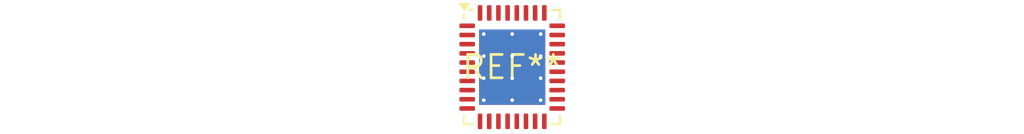
<source format=kicad_pcb>
(kicad_pcb (version 20240108) (generator pcbnew)
  (layers (0 "F.Cu" signal) (31 "B.Cu" signal) (34 "B.Paste" user) (35 "F.Paste" user) (36 "B.SilkS" user "B.Silkscreen") (37 "F.SilkS" user "F.Silkscreen") (38 "B.Mask" user) (39 "F.Mask" user) (44 "Edge.Cuts" user))
  (net 0 "")
  (footprint "QFN-36-1EP_5x6mm_P0.5mm_EP3.6x4.1mm_ThermalVias" (layer "F.Cu") (at 0 0)
    (property "Reference" "REF**")
    (property "Value" "QFN-36-1EP_5x6mm_P0.5mm_EP3.6x4.1mm_ThermalVias")
    (fp_line (start -2.61 -2.635) (end -2.61 -2.87) (layer "F.SilkS") (stroke (width 0.12)))
    (fp_line (start -2.61 3.11) (end -2.61 2.635) (layer "F.SilkS") (stroke (width 0.12)))
    (fp_line (start -2.135 -3.11) (end -2.31 -3.11) (layer "F.SilkS") (stroke (width 0.12)))
    (fp_line (start -2.135 3.11) (end -2.61 3.11) (layer "F.SilkS") (stroke (width 0.12)))
    (fp_line (start 2.135 -3.11) (end 2.61 -3.11) (layer "F.SilkS") (stroke (width 0.12)))
    (fp_line (start 2.135 3.11) (end 2.61 3.11) (layer "F.SilkS") (stroke (width 0.12)))
    (fp_line (start 2.61 -3.11) (end 2.61 -2.635) (layer "F.SilkS") (stroke (width 0.12)))
    (fp_line (start 2.61 3.11) (end 2.61 2.635) (layer "F.SilkS") (stroke (width 0.12)))
    (fp_poly (pts (xy -2.61 -3.11) (xy -2.85 -3.44) (xy -2.37 -3.44) (xy -2.61 -3.11)) (layer "F.SilkS") (stroke (width 0.12)) (fill solid))
    (pad "1" smd roundrect (at -2.45 -2.25) (size 0.85 0.25) (layers "F.Cu" "F.Paste" "F.Mask"))
    (pad "2" smd roundrect (at -2.45 -1.75) (size 0.85 0.25) (layers "F.Cu" "F.Paste" "F.Mask"))
    (pad "3" smd roundrect (at -2.45 -1.25) (size 0.85 0.25) (layers "F.Cu" "F.Paste" "F.Mask"))
    (pad "4" smd roundrect (at -2.45 -0.75) (size 0.85 0.25) (layers "F.Cu" "F.Paste" "F.Mask"))
    (pad "5" smd roundrect (at -2.45 -0.25) (size 0.85 0.25) (layers "F.Cu" "F.Paste" "F.Mask"))
    (pad "6" smd roundrect (at -2.45 0.25) (size 0.85 0.25) (layers "F.Cu" "F.Paste" "F.Mask"))
    (pad "7" smd roundrect (at -2.45 0.75) (size 0.85 0.25) (layers "F.Cu" "F.Paste" "F.Mask"))
    (pad "8" smd roundrect (at -2.45 1.25) (size 0.85 0.25) (layers "F.Cu" "F.Paste" "F.Mask"))
    (pad "9" smd roundrect (at -2.45 1.75) (size 0.85 0.25) (layers "F.Cu" "F.Paste" "F.Mask"))
    (pad "10" smd roundrect (at -2.45 2.25) (size 0.85 0.25) (layers "F.Cu" "F.Paste" "F.Mask"))
    (pad "11" smd roundrect (at -1.75 2.95) (size 0.25 0.85) (layers "F.Cu" "F.Paste" "F.Mask"))
    (pad "12" smd roundrect (at -1.25 2.95) (size 0.25 0.85) (layers "F.Cu" "F.Paste" "F.Mask"))
    (pad "13" smd roundrect (at -0.75 2.95) (size 0.25 0.85) (layers "F.Cu" "F.Paste" "F.Mask"))
    (pad "14" smd roundrect (at -0.25 2.95) (size 0.25 0.85) (layers "F.Cu" "F.Paste" "F.Mask"))
    (pad "15" smd roundrect (at 0.25 2.95) (size 0.25 0.85) (layers "F.Cu" "F.Paste" "F.Mask"))
    (pad "16" smd roundrect (at 0.75 2.95) (size 0.25 0.85) (layers "F.Cu" "F.Paste" "F.Mask"))
    (pad "17" smd roundrect (at 1.25 2.95) (size 0.25 0.85) (layers "F.Cu" "F.Paste" "F.Mask"))
    (pad "18" smd roundrect (at 1.75 2.95) (size 0.25 0.85) (layers "F.Cu" "F.Paste" "F.Mask"))
    (pad "19" smd roundrect (at 2.45 2.25) (size 0.85 0.25) (layers "F.Cu" "F.Paste" "F.Mask"))
    (pad "20" smd roundrect (at 2.45 1.75) (size 0.85 0.25) (layers "F.Cu" "F.Paste" "F.Mask"))
    (pad "21" smd roundrect (at 2.45 1.25) (size 0.85 0.25) (layers "F.Cu" "F.Paste" "F.Mask"))
    (pad "22" smd roundrect (at 2.45 0.75) (size 0.85 0.25) (layers "F.Cu" "F.Paste" "F.Mask"))
    (pad "23" smd roundrect (at 2.45 0.25) (size 0.85 0.25) (layers "F.Cu" "F.Paste" "F.Mask"))
    (pad "24" smd roundrect (at 2.45 -0.25) (size 0.85 0.25) (layers "F.Cu" "F.Paste" "F.Mask"))
    (pad "25" smd roundrect (at 2.45 -0.75) (size 0.85 0.25) (layers "F.Cu" "F.Paste" "F.Mask"))
    (pad "26" smd roundrect (at 2.45 -1.25) (size 0.85 0.25) (layers "F.Cu" "F.Paste" "F.Mask"))
    (pad "27" smd roundrect (at 2.45 -1.75) (size 0.85 0.25) (layers "F.Cu" "F.Paste" "F.Mask"))
    (pad "28" smd roundrect (at 2.45 -2.25) (size 0.85 0.25) (layers "F.Cu" "F.Paste" "F.Mask"))
    (pad "29" smd roundrect (at 1.75 -2.95) (size 0.25 0.85) (layers "F.Cu" "F.Paste" "F.Mask"))
    (pad "30" smd roundrect (at 1.25 -2.95) (size 0.25 0.85) (layers "F.Cu" "F.Paste" "F.Mask"))
    (pad "31" smd roundrect (at 0.75 -2.95) (size 0.25 0.85) (layers "F.Cu" "F.Paste" "F.Mask"))
    (pad "32" smd roundrect (at 0.25 -2.95) (size 0.25 0.85) (layers "F.Cu" "F.Paste" "F.Mask"))
    (pad "33" smd roundrect (at -0.25 -2.95) (size 0.25 0.85) (layers "F.Cu" "F.Paste" "F.Mask"))
    (pad "34" smd roundrect (at -0.75 -2.95) (size 0.25 0.85) (layers "F.Cu" "F.Paste" "F.Mask"))
    (pad "35" smd roundrect (at -1.25 -2.95) (size 0.25 0.85) (layers "F.Cu" "F.Paste" "F.Mask"))
    (pad "36" smd roundrect (at -1.75 -2.95) (size 0.25 0.85) (layers "F.Cu" "F.Paste" "F.Mask"))
    (pad "37" thru_hole circle (at -1.55 -1.8) (size 0.5 0.5) (drill 0.2) (property pad_prop_heatsink) (layers *.Cu) (remove_unused_layers))
    (pad "37" thru_hole circle (at -1.55 -0.6) (size 0.5 0.5) (drill 0.2) (property pad_prop_heatsink) (layers *.Cu) (remove_unused_layers))
    (pad "37" thru_hole circle (at -1.55 0.6) (size 0.5 0.5) (drill 0.2) (property pad_prop_heatsink) (layers *.Cu) (remove_unused_layers))
    (pad "37" thru_hole circle (at -1.55 1.8) (size 0.5 0.5) (drill 0.2) (property pad_prop_heatsink) (layers *.Cu) (remove_unused_layers))
    (pad "37" thru_hole circle (at 0 -1.8) (size 0.5 0.5) (drill 0.2) (property pad_prop_heatsink) (layers *.Cu) (remove_unused_layers))
    (pad "37" thru_hole circle (at 0 -0.6) (size 0.5 0.5) (drill 0.2) (property pad_prop_heatsink) (layers *.Cu) (remove_unused_layers))
    (pad "37" smd rect (at 0 0) (size 3.6 4.1) (property pad_prop_heatsink) (layers "F.Cu" "F.Mask"))
    (pad "37" smd rect (at 0 0) (size 3.6 4.1) (property pad_prop_heatsink) (layers "B.Cu"))
    (pad "37" thru_hole circle (at 0 0.6) (size 0.5 0.5) (drill 0.2) (property pad_prop_heatsink) (layers *.Cu) (remove_unused_layers))
    (pad "37" thru_hole circle (at 0 1.8) (size 0.5 0.5) (drill 0.2) (property pad_prop_heatsink) (layers *.Cu) (remove_unused_layers))
    (pad "37" thru_hole circle (at 1.55 -1.8) (size 0.5 0.5) (drill 0.2) (property pad_prop_heatsink) (layers *.Cu) (remove_unused_layers))
    (pad "37" thru_hole circle (at 1.55 -0.6) (size 0.5 0.5) (drill 0.2) (property pad_prop_heatsink) (layers *.Cu) (remove_unused_layers))
    (pad "37" thru_hole circle (at 1.55 0.6) (size 0.5 0.5) (drill 0.2) (property pad_prop_heatsink) (layers *.Cu) (remove_unused_layers))
    (pad "37" thru_hole circle (at 1.55 1.8) (size 0.5 0.5) (drill 0.2) (property pad_prop_heatsink) (layers *.Cu) (remove_unused_layers))
  )
)
</source>
